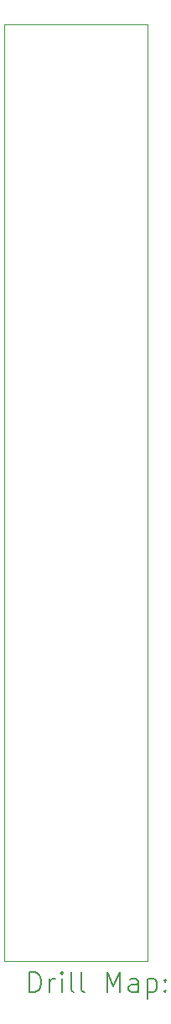
<source format=gbr>
%FSLAX45Y45*%
G04 Gerber Fmt 4.5, Leading zero omitted, Abs format (unit mm)*
G04 Created by KiCad (PCBNEW (6.0.0)) date 2022-04-30 18:42:31*
%MOMM*%
%LPD*%
G01*
G04 APERTURE LIST*
%TA.AperFunction,Profile*%
%ADD10C,0.050000*%
%TD*%
%ADD11C,0.200000*%
G04 APERTURE END LIST*
D10*
X5275000Y-3700000D02*
X6725000Y-3700000D01*
X6725000Y-3700000D02*
X6725000Y-13150000D01*
X5275000Y-13150000D02*
X6725000Y-13150000D01*
X5275000Y-3700000D02*
X5275000Y-13150000D01*
D11*
X5530119Y-13462976D02*
X5530119Y-13262976D01*
X5577738Y-13262976D01*
X5606309Y-13272500D01*
X5625357Y-13291548D01*
X5634881Y-13310595D01*
X5644405Y-13348690D01*
X5644405Y-13377262D01*
X5634881Y-13415357D01*
X5625357Y-13434405D01*
X5606309Y-13453452D01*
X5577738Y-13462976D01*
X5530119Y-13462976D01*
X5730119Y-13462976D02*
X5730119Y-13329643D01*
X5730119Y-13367738D02*
X5739643Y-13348690D01*
X5749167Y-13339167D01*
X5768214Y-13329643D01*
X5787262Y-13329643D01*
X5853928Y-13462976D02*
X5853928Y-13329643D01*
X5853928Y-13262976D02*
X5844405Y-13272500D01*
X5853928Y-13282024D01*
X5863452Y-13272500D01*
X5853928Y-13262976D01*
X5853928Y-13282024D01*
X5977738Y-13462976D02*
X5958690Y-13453452D01*
X5949167Y-13434405D01*
X5949167Y-13262976D01*
X6082500Y-13462976D02*
X6063452Y-13453452D01*
X6053928Y-13434405D01*
X6053928Y-13262976D01*
X6311071Y-13462976D02*
X6311071Y-13262976D01*
X6377738Y-13405833D01*
X6444405Y-13262976D01*
X6444405Y-13462976D01*
X6625357Y-13462976D02*
X6625357Y-13358214D01*
X6615833Y-13339167D01*
X6596786Y-13329643D01*
X6558690Y-13329643D01*
X6539643Y-13339167D01*
X6625357Y-13453452D02*
X6606309Y-13462976D01*
X6558690Y-13462976D01*
X6539643Y-13453452D01*
X6530119Y-13434405D01*
X6530119Y-13415357D01*
X6539643Y-13396309D01*
X6558690Y-13386786D01*
X6606309Y-13386786D01*
X6625357Y-13377262D01*
X6720595Y-13329643D02*
X6720595Y-13529643D01*
X6720595Y-13339167D02*
X6739643Y-13329643D01*
X6777738Y-13329643D01*
X6796786Y-13339167D01*
X6806309Y-13348690D01*
X6815833Y-13367738D01*
X6815833Y-13424881D01*
X6806309Y-13443928D01*
X6796786Y-13453452D01*
X6777738Y-13462976D01*
X6739643Y-13462976D01*
X6720595Y-13453452D01*
X6901548Y-13443928D02*
X6911071Y-13453452D01*
X6901548Y-13462976D01*
X6892024Y-13453452D01*
X6901548Y-13443928D01*
X6901548Y-13462976D01*
X6901548Y-13339167D02*
X6911071Y-13348690D01*
X6901548Y-13358214D01*
X6892024Y-13348690D01*
X6901548Y-13339167D01*
X6901548Y-13358214D01*
M02*

</source>
